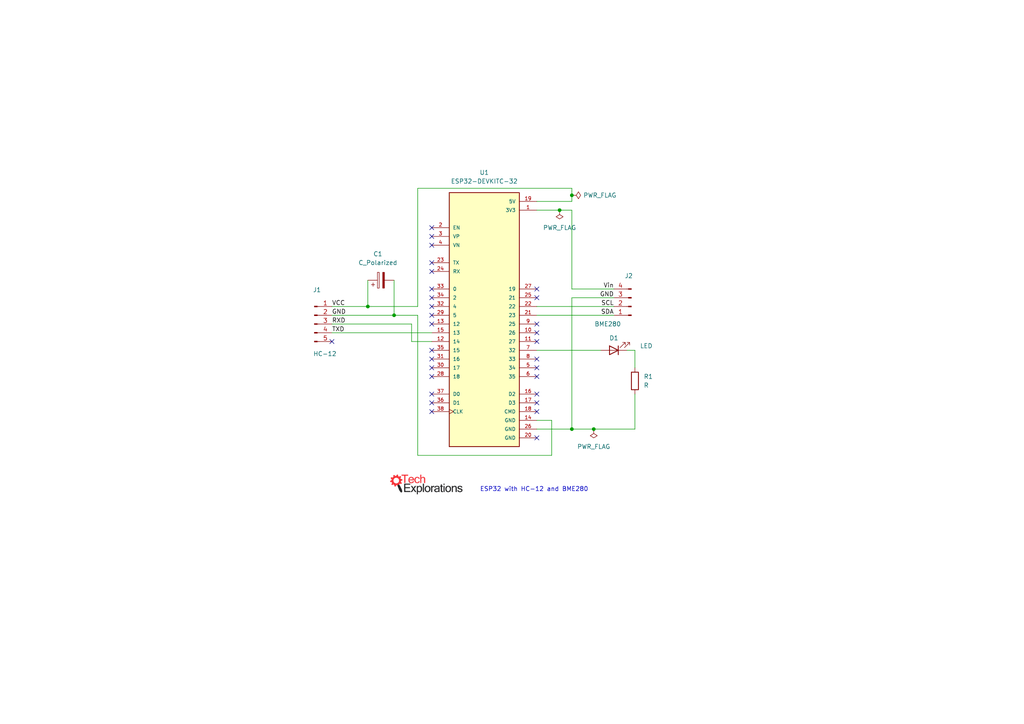
<source format=kicad_sch>
(kicad_sch (version 20211123) (generator eeschema)
  (paper "A4")
  (lib_symbols
    (symbol "Connector:Conn_01x04_Male" (pin_names (offset 1.016) hide)
      (property "Reference" "J" (at 0 5.08 0))
      (property "Value" "Conn_01x04_Male" (at 0 -7.62 0))
      (symbol "Conn_01x04_Male_1_1"
        (polyline (pts (xy 1.27 -5.08) (xy 0.8636 -5.08)) (stroke (width 0.1524)))
        (polyline (pts (xy 1.27 -2.54) (xy 0.8636 -2.54)) (stroke (width 0.1524)))
        (polyline (pts (xy 1.27 0) (xy 0.8636 0)) (stroke (width 0.1524)))
        (polyline (pts (xy 1.27 2.54) (xy 0.8636 2.54)) (stroke (width 0.1524)))
        (rectangle (start 0.8636 -4.953) (end 0 -5.207) (stroke (width 0.1524)) (fill (type outline)))
        (rectangle (start 0.8636 -2.413) (end 0 -2.667) (stroke (width 0.1524)) (fill (type outline)))
        (rectangle (start 0.8636 0.127) (end 0 -0.127) (stroke (width 0.1524)) (fill (type outline)))
        (rectangle (start 0.8636 2.667) (end 0 2.413) (stroke (width 0.1524)) (fill (type outline)))
        (pin passive line (at 5.08 2.54 180) (length 3.81) (name "Pin_1") (number "1"))
        (pin passive line (at 5.08 0 180) (length 3.81) (name "Pin_2") (number "2"))
        (pin passive line (at 5.08 -2.54 180) (length 3.81) (name "Pin_3") (number "3"))
        (pin passive line (at 5.08 -5.08 180) (length 3.81) (name "Pin_4") (number "4"))
      )
    )
    (symbol "Connector:Conn_01x05_Male" (pin_names (offset 1.016) hide)
      (property "Reference" "J" (at 0 7.62 0))
      (property "Value" "Conn_01x05_Male" (at 0 -7.62 0))
      (symbol "Conn_01x05_Male_1_1"
        (polyline (pts (xy 1.27 -5.08) (xy 0.8636 -5.08)) (stroke (width 0.1524)))
        (polyline (pts (xy 1.27 -2.54) (xy 0.8636 -2.54)) (stroke (width 0.1524)))
        (polyline (pts (xy 1.27 0) (xy 0.8636 0)) (stroke (width 0.1524)))
        (polyline (pts (xy 1.27 2.54) (xy 0.8636 2.54)) (stroke (width 0.1524)))
        (polyline (pts (xy 1.27 5.08) (xy 0.8636 5.08)) (stroke (width 0.1524)))
        (rectangle (start 0.8636 -4.953) (end 0 -5.207) (stroke (width 0.1524)) (fill (type outline)))
        (rectangle (start 0.8636 -2.413) (end 0 -2.667) (stroke (width 0.1524)) (fill (type outline)))
        (rectangle (start 0.8636 0.127) (end 0 -0.127) (stroke (width 0.1524)) (fill (type outline)))
        (rectangle (start 0.8636 2.667) (end 0 2.413) (stroke (width 0.1524)) (fill (type outline)))
        (rectangle (start 0.8636 5.207) (end 0 4.953) (stroke (width 0.1524)) (fill (type outline)))
        (pin passive line (at 5.08 5.08 180) (length 3.81) (name "Pin_1") (number "1"))
        (pin passive line (at 5.08 2.54 180) (length 3.81) (name "Pin_2") (number "2"))
        (pin passive line (at 5.08 0 180) (length 3.81) (name "Pin_3") (number "3"))
        (pin passive line (at 5.08 -2.54 180) (length 3.81) (name "Pin_4") (number "4"))
        (pin passive line (at 5.08 -5.08 180) (length 3.81) (name "Pin_5") (number "5"))
      )
    )
    (symbol "Device:C_Polarized" (pin_numbers hide) (pin_names (offset 0.254))
      (property "Reference" "C" (at 0.635 2.54 0))
      (property "Value" "C_Polarized" (at 0.635 -2.54 0))
      (symbol "C_Polarized_0_1"
        (rectangle (start -2.286 0.508) (end 2.286 1.016))
        (polyline (pts (xy -1.778 2.286) (xy -0.762 2.286)))
        (polyline (pts (xy -1.27 2.794) (xy -1.27 1.778)))
        (rectangle (start 2.286 -0.508) (end -2.286 -1.016) (fill (type outline)))
      )
      (symbol "C_Polarized_1_1"
        (pin passive line (at 0 3.81 270) (length 2.794) (name "~") (number "1"))
        (pin passive line (at 0 -3.81 90) (length 2.794) (name "~") (number "2"))
      )
    )
    (symbol "Device:LED" (pin_numbers hide) (pin_names (offset 1.016) hide)
      (property "Reference" "D" (at 0 2.54 0))
      (property "Value" "LED" (at 0 -2.54 0))
      (symbol "LED_0_1"
        (polyline (pts (xy -1.27 -1.27) (xy -1.27 1.27)) (stroke (width 0.254)))
        (polyline (pts (xy -1.27 0) (xy 1.27 0)))
        (polyline (pts (xy 1.27 -1.27) (xy 1.27 1.27) (xy -1.27 0) (xy 1.27 -1.27)) (stroke (width 0.254)))
        (polyline (pts (xy -3.048 -0.762) (xy -4.572 -2.286) (xy -3.81 -2.286) (xy -4.572 -2.286) (xy -4.572 -1.524)))
        (polyline (pts (xy -1.778 -0.762) (xy -3.302 -2.286) (xy -2.54 -2.286) (xy -3.302 -2.286) (xy -3.302 -1.524)))
      )
      (symbol "LED_1_1"
        (pin passive line (at -3.81 0 0) (length 2.54) (name "K") (number "1"))
        (pin passive line (at 3.81 0 180) (length 2.54) (name "A") (number "2"))
      )
    )
    (symbol "Device:R" (pin_numbers hide) (pin_names (offset 0))
      (property "Reference" "R" (at 2.032 0 90))
      (property "Value" "R" (at 0 0 90))
      (symbol "R_0_1"
        (rectangle (start -1.016 -2.54) (end 1.016 2.54) (stroke (width 0.254)))
      )
      (symbol "R_1_1"
        (pin passive line (at 0 3.81 270) (length 1.27) (name "~") (number "1"))
        (pin passive line (at 0 -3.81 90) (length 1.27) (name "~") (number "2"))
      )
    )
    (symbol "ESP32-DEVKITC-32UE:ESP32-DEVKITC-32" (pin_names (offset 1.016))
      (property "Reference" "U" (at -10.16 36.83 0))
      (property "Value" "ESP32-DEVKITC-32" (at -8.89 -43.18 0))
      (symbol "ESP32-DEVKITC-32_0_0"
        (rectangle (start -10.16 35.56) (end 10.16 -38.1) (stroke (width 0.254)) (fill (type background)))
        (pin power_in line (at 15.24 30.48 180) (length 5.08) (name "3V3") (number "1"))
        (pin bidirectional line (at 15.24 -5.08 180) (length 5.08) (name "26") (number "10"))
        (pin bidirectional line (at 15.24 -7.62 180) (length 5.08) (name "27") (number "11"))
        (pin bidirectional line (at -15.24 -7.62 0) (length 5.08) (name "14") (number "12"))
        (pin bidirectional line (at -15.24 -2.54 0) (length 5.08) (name "12") (number "13"))
        (pin power_in line (at 15.24 -30.48 180) (length 5.08) (name "GND") (number "14"))
        (pin bidirectional line (at -15.24 -5.08 0) (length 5.08) (name "13") (number "15"))
        (pin bidirectional line (at 15.24 -22.86 180) (length 5.08) (name "D2") (number "16"))
        (pin bidirectional line (at 15.24 -25.4 180) (length 5.08) (name "D3") (number "17"))
        (pin bidirectional line (at 15.24 -27.94 180) (length 5.08) (name "CMD") (number "18"))
        (pin power_in line (at 15.24 33.02 180) (length 5.08) (name "5V") (number "19"))
        (pin input line (at -15.24 25.4 0) (length 5.08) (name "EN") (number "2"))
        (pin power_in line (at 15.24 -35.56 180) (length 5.08) (name "GND") (number "20"))
        (pin bidirectional line (at 15.24 0 180) (length 5.08) (name "23") (number "21"))
        (pin bidirectional line (at 15.24 2.54 180) (length 5.08) (name "22") (number "22"))
        (pin bidirectional line (at -15.24 15.24 0) (length 5.08) (name "TX") (number "23"))
        (pin bidirectional line (at -15.24 12.7 0) (length 5.08) (name "RX") (number "24"))
        (pin bidirectional line (at 15.24 5.08 180) (length 5.08) (name "21") (number "25"))
        (pin power_in line (at 15.24 -33.02 180) (length 5.08) (name "GND") (number "26"))
        (pin bidirectional line (at 15.24 7.62 180) (length 5.08) (name "19") (number "27"))
        (pin bidirectional line (at -15.24 -17.78 0) (length 5.08) (name "18") (number "28"))
        (pin bidirectional line (at -15.24 0 0) (length 5.08) (name "5") (number "29"))
        (pin input line (at -15.24 22.86 0) (length 5.08) (name "VP") (number "3"))
        (pin bidirectional line (at -15.24 -15.24 0) (length 5.08) (name "17") (number "30"))
        (pin bidirectional line (at -15.24 -12.7 0) (length 5.08) (name "16") (number "31"))
        (pin bidirectional line (at -15.24 2.54 0) (length 5.08) (name "4") (number "32"))
        (pin bidirectional line (at -15.24 7.62 0) (length 5.08) (name "0") (number "33"))
        (pin bidirectional line (at -15.24 5.08 0) (length 5.08) (name "2") (number "34"))
        (pin bidirectional line (at -15.24 -10.16 0) (length 5.08) (name "15") (number "35"))
        (pin bidirectional line (at -15.24 -25.4 0) (length 5.08) (name "D1") (number "36"))
        (pin bidirectional line (at -15.24 -22.86 0) (length 5.08) (name "D0") (number "37"))
        (pin bidirectional clock (at -15.24 -27.94 0) (length 5.08) (name "CLK") (number "38"))
        (pin input line (at -15.24 20.32 0) (length 5.08) (name "VN") (number "4"))
        (pin bidirectional line (at 15.24 -15.24 180) (length 5.08) (name "34") (number "5"))
        (pin bidirectional line (at 15.24 -17.78 180) (length 5.08) (name "35") (number "6"))
        (pin bidirectional line (at 15.24 -10.16 180) (length 5.08) (name "32") (number "7"))
        (pin bidirectional line (at 15.24 -12.7 180) (length 5.08) (name "33") (number "8"))
        (pin bidirectional line (at 15.24 -2.54 180) (length 5.08) (name "25") (number "9"))
      )
    )
    (symbol "power:PWR_FLAG" (power) (pin_numbers hide) (pin_names (offset 0) hide)
      (property "Value" "PWR_FLAG" (at 0 3.81 0))
      (symbol "PWR_FLAG_0_0"
        (pin power_out line (at 0 0 90) (length 0) (name "pwr") (number "1"))
      )
      (symbol "PWR_FLAG_0_1"
        (polyline (pts (xy 0 0) (xy 0 1.27) (xy -1.016 1.905) (xy 0 2.54) (xy 1.016 1.905) (xy 0 1.27)))
      )
    )
  )
  (junction (at 165.862 124.46))
  (junction (at 165.862 56.642))
  (junction (at 172.212 124.46))
  (junction (at 162.306 60.96))
  (junction (at 114.3 91.44))
  (junction (at 106.68 88.9))
  (no_connect (at 96.266 99.06))
  (no_connect (at 125.222 91.44))
  (no_connect (at 125.222 93.98))
  (no_connect (at 125.222 88.9))
  (no_connect (at 125.222 86.36))
  (no_connect (at 125.222 83.82))
  (no_connect (at 125.222 78.74))
  (no_connect (at 125.222 76.2))
  (no_connect (at 125.222 104.14))
  (no_connect (at 125.222 106.68))
  (no_connect (at 125.222 109.22))
  (no_connect (at 125.222 101.6))
  (no_connect (at 155.702 93.98))
  (no_connect (at 155.702 99.06))
  (no_connect (at 155.702 104.14))
  (no_connect (at 155.702 96.52))
  (no_connect (at 155.702 106.68))
  (no_connect (at 125.222 114.3))
  (no_connect (at 155.702 86.36))
  (no_connect (at 125.222 116.84))
  (no_connect (at 125.222 119.38))
  (no_connect (at 155.702 83.82))
  (no_connect (at 155.702 127))
  (no_connect (at 155.702 119.38))
  (no_connect (at 155.702 114.3))
  (no_connect (at 155.702 116.84))
  (no_connect (at 155.702 109.22))
  (no_connect (at 125.222 66.04))
  (no_connect (at 125.222 71.12))
  (no_connect (at 125.222 68.58))
  (wire (pts (xy 96.266 88.9) (xy 106.68 88.9)))
  (wire (pts (xy 119.38 93.98) (xy 119.38 99.06)))
  (wire (pts (xy 165.862 60.96) (xy 162.306 60.96)))
  (wire (pts (xy 119.38 99.06) (xy 125.222 99.06)))
  (wire (pts (xy 165.862 86.36) (xy 165.862 124.46)))
  (wire (pts (xy 162.306 60.96) (xy 155.702 60.96)))
  (wire (pts (xy 155.702 88.9) (xy 178.054 88.9)))
  (wire (pts (xy 96.266 96.52) (xy 125.222 96.52)))
  (wire (pts (xy 172.212 124.46) (xy 165.862 124.46)))
  (wire (pts (xy 165.862 83.82) (xy 178.054 83.82)))
  (wire (pts (xy 106.68 88.9) (xy 121.158 88.9)))
  (wire (pts (xy 184.15 114.3) (xy 184.15 124.46)))
  (wire (pts (xy 114.3 81.28) (xy 114.3 91.44)))
  (wire (pts (xy 165.862 124.46) (xy 155.702 124.46)))
  (wire (pts (xy 121.158 132.08) (xy 160.02 132.08)))
  (wire (pts (xy 106.68 81.28) (xy 106.68 88.9)))
  (wire (pts (xy 165.862 83.82) (xy 165.862 60.96)))
  (wire (pts (xy 114.3 91.44) (xy 121.158 91.44)))
  (wire (pts (xy 155.702 101.6) (xy 174.244 101.6)))
  (wire (pts (xy 165.862 54.61) (xy 165.862 56.642)))
  (wire (pts (xy 96.266 91.44) (xy 114.3 91.44)))
  (wire (pts (xy 178.054 86.36) (xy 165.862 86.36)))
  (wire (pts (xy 184.15 101.6) (xy 184.15 106.68)))
  (wire (pts (xy 121.158 54.61) (xy 165.862 54.61)))
  (wire (pts (xy 160.02 121.92) (xy 155.702 121.92)))
  (wire (pts (xy 181.864 101.6) (xy 184.15 101.6)))
  (wire (pts (xy 160.02 132.08) (xy 160.02 121.92)))
  (wire (pts (xy 165.862 56.642) (xy 165.862 58.42)))
  (wire (pts (xy 155.702 91.44) (xy 178.054 91.44)))
  (wire (pts (xy 165.862 58.42) (xy 155.702 58.42)))
  (wire (pts (xy 121.158 88.9) (xy 121.158 54.61)))
  (wire (pts (xy 184.15 124.46) (xy 172.212 124.46)))
  (wire (pts (xy 96.266 93.98) (xy 119.38 93.98)))
  (wire (pts (xy 121.158 91.44) (xy 121.158 132.08)))
  (image (at 123.698 140.462) (scale 1.31815))
  (text "ESP32 with HC-12 and BME280" (at 139.192 142.748 0) (effects (font (size 1.27 1.27)) (justify left bottom)))
  (label "SDA" (at 178.054 91.44 180))
  (label "GND" (at 178.054 86.36 180))
  (label "TXD" (at 96.266 96.52 0))
  (label "GND" (at 96.266 91.44 0))
  (label "VCC" (at 96.266 88.9 0))
  (label "SCL" (at 178.054 88.9 180))
  (label "RXD" (at 96.266 93.98 0))
  (label "Vin" (at 178.054 83.82 180))
  (symbol (lib_id "power:PWR_FLAG") (at 165.862 56.642 270) (unit 1)
    (property "Reference" "#FLG0102" (effects hide))
    (property "Value" "PWR_FLAG" (at 169.164 56.6419 90) (effects (justify left)))
  )
  (symbol (lib_id "ESP32-DEVKITC-32UE:ESP32-DEVKITC-32") (at 140.462 91.44 0) (unit 1)
    (property "Reference" "U1" (at 140.462 50.038 0))
    (property "Value" "ESP32-DEVKITC-32" (at 140.462 52.578 0))
    (property "Footprint" "ESP32-DEVKITC-32UE:ESPRESSIF_ESP32-DEVKITC-32UE" (effects hide))
    (property "MANUFACTURER" "Espressif" (effects hide))
    (property "MAXIMUM_PACKAGE_HEIGHT" "N/A" (effects hide))
    (property "STANDARD" "Manufacturer Recommendations" (effects hide))
    (property "SNAPEDA_PN" "ESP32-DEVKITC-32UE" (effects hide))
    (property "PARTREV" "V4" (effects hide))
  )
  (symbol (lib_id "Device:R") (at 184.15 110.49 180) (unit 1)
    (property "Reference" "R1" (at 186.69 109.2199 0) (effects (justify right)))
    (property "Value" "R" (at 186.69 111.7599 0) (effects (justify right)))
    (property "Footprint" "Resistor_SMD:R_0805_2012Metric_Pad1.20x1.40mm_HandSolder" (effects hide))
  )
  (symbol (lib_id "power:PWR_FLAG") (at 172.212 124.46 180) (unit 1)
    (property "Reference" "#FLG0101" (effects hide))
    (property "Value" "PWR_FLAG" (at 172.212 129.54 0))
  )
  (symbol (lib_id "Device:C_Polarized") (at 110.49 81.28 90) (unit 1)
    (property "Reference" "C1" (at 109.601 73.66 90))
    (property "Value" "C_Polarized" (at 109.601 76.2 90))
    (property "Footprint" "Capacitor_SMD:C_0805_2012Metric_Pad1.18x1.45mm_HandSolder" (effects hide))
  )
  (symbol (lib_id "Device:LED") (at 178.054 101.6 180) (unit 1)
    (property "Reference" "D1" (at 178.054 98.044 0))
    (property "Value" "LED" (at 187.452 100.33 0))
    (property "Footprint" "LED_SMD:LED_0805_2012Metric_Pad1.15x1.40mm_HandSolder" (effects hide))
  )
  (symbol (lib_id "power:PWR_FLAG") (at 162.306 60.96 180) (unit 1)
    (property "Reference" "#FLG0103" (effects hide))
    (property "Value" "PWR_FLAG" (at 162.306 66.04 0))
  )
  (symbol (lib_id "Connector:Conn_01x04_Male") (at 183.134 88.9 180) (unit 1)
    (property "Reference" "J2" (at 182.372 80.01 0))
    (property "Value" "BME280" (at 176.276 93.98 0))
    (property "Footprint" "Connector_PinHeader_2.54mm:PinHeader_1x04_P2.54mm_Vertical" (effects hide))
  )
  (symbol (lib_id "Connector:Conn_01x05_Male") (at 91.186 93.98 0) (unit 1)
    (property "Reference" "J1" (at 91.948 84.074 0))
    (property "Value" "HC-12" (at 94.234 102.616 0))
    (property "Footprint" "Connector_PinHeader_2.54mm:PinHeader_1x05_P2.54mm_Vertical" (effects hide))
  )
)
</source>
